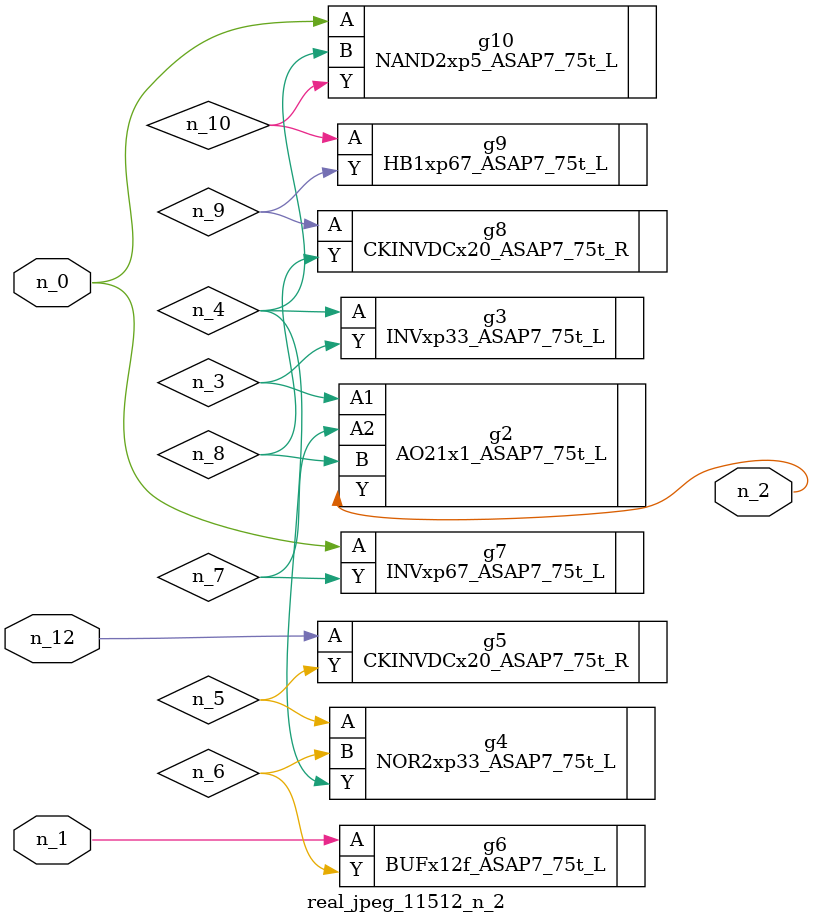
<source format=v>
module real_jpeg_11512_n_2 (n_12, n_1, n_0, n_2);

input n_12;
input n_1;
input n_0;

output n_2;

wire n_5;
wire n_4;
wire n_8;
wire n_6;
wire n_7;
wire n_3;
wire n_10;
wire n_9;

INVxp67_ASAP7_75t_L g7 ( 
.A(n_0),
.Y(n_7)
);

NAND2xp5_ASAP7_75t_L g10 ( 
.A(n_0),
.B(n_4),
.Y(n_10)
);

BUFx12f_ASAP7_75t_L g6 ( 
.A(n_1),
.Y(n_6)
);

AO21x1_ASAP7_75t_L g2 ( 
.A1(n_3),
.A2(n_7),
.B(n_8),
.Y(n_2)
);

INVxp33_ASAP7_75t_L g3 ( 
.A(n_4),
.Y(n_3)
);

NOR2xp33_ASAP7_75t_L g4 ( 
.A(n_5),
.B(n_6),
.Y(n_4)
);

CKINVDCx20_ASAP7_75t_R g8 ( 
.A(n_9),
.Y(n_8)
);

HB1xp67_ASAP7_75t_L g9 ( 
.A(n_10),
.Y(n_9)
);

CKINVDCx20_ASAP7_75t_R g5 ( 
.A(n_12),
.Y(n_5)
);


endmodule
</source>
